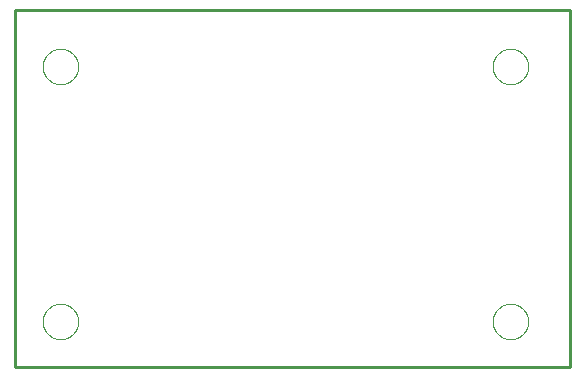
<source format=gbr>
G04 EAGLE Gerber RS-274X export*
G75*
%MOMM*%
%FSLAX25Y25*%
%LPD*%
%INOutline*%
%IPPOS*%
%AMOC8*
5,1,8,0,0,1.08239X$1,22.5*%
G01*
%ADD10C,0.000000*%
%ADD11C,0.254000*%


D10*
X0Y381000D02*
X4697000Y381000D01*
X4697000Y3396000D01*
X0Y3396000D01*
X0Y381000D01*
X231000Y762000D02*
X231045Y765681D01*
X231181Y769360D01*
X231406Y773035D01*
X231722Y776703D01*
X232128Y780362D01*
X232624Y784010D01*
X233208Y787644D01*
X233882Y791264D01*
X234645Y794865D01*
X235495Y798447D01*
X236434Y802007D01*
X237459Y805543D01*
X238571Y809052D01*
X239768Y812533D01*
X241051Y815984D01*
X242418Y819403D01*
X243869Y822786D01*
X245402Y826133D01*
X247016Y829442D01*
X248712Y832710D01*
X250487Y835935D01*
X252341Y839115D01*
X254272Y842250D01*
X256280Y845336D01*
X258362Y848371D01*
X260519Y851355D01*
X262748Y854285D01*
X265048Y857159D01*
X267419Y859976D01*
X269857Y862734D01*
X272363Y865431D01*
X274934Y868066D01*
X277569Y870637D01*
X280266Y873143D01*
X283024Y875581D01*
X285841Y877952D01*
X288715Y880252D01*
X291645Y882481D01*
X294629Y884638D01*
X297664Y886720D01*
X300750Y888728D01*
X303885Y890659D01*
X307065Y892513D01*
X310290Y894288D01*
X313558Y895984D01*
X316867Y897598D01*
X320214Y899131D01*
X323597Y900582D01*
X327016Y901949D01*
X330467Y903232D01*
X333948Y904429D01*
X337457Y905541D01*
X340993Y906566D01*
X344553Y907505D01*
X348135Y908355D01*
X351736Y909118D01*
X355356Y909792D01*
X358990Y910376D01*
X362638Y910872D01*
X366297Y911278D01*
X369965Y911594D01*
X373640Y911819D01*
X377319Y911955D01*
X381000Y912000D01*
X384681Y911955D01*
X388360Y911819D01*
X392035Y911594D01*
X395703Y911278D01*
X399362Y910872D01*
X403010Y910376D01*
X406644Y909792D01*
X410264Y909118D01*
X413865Y908355D01*
X417447Y907505D01*
X421007Y906566D01*
X424543Y905541D01*
X428052Y904429D01*
X431533Y903232D01*
X434984Y901949D01*
X438403Y900582D01*
X441786Y899131D01*
X445133Y897598D01*
X448442Y895984D01*
X451710Y894288D01*
X454935Y892513D01*
X458115Y890659D01*
X461250Y888728D01*
X464336Y886720D01*
X467371Y884638D01*
X470355Y882481D01*
X473285Y880252D01*
X476159Y877952D01*
X478976Y875581D01*
X481734Y873143D01*
X484431Y870637D01*
X487066Y868066D01*
X489637Y865431D01*
X492143Y862734D01*
X494581Y859976D01*
X496952Y857159D01*
X499252Y854285D01*
X501481Y851355D01*
X503638Y848371D01*
X505720Y845336D01*
X507728Y842250D01*
X509659Y839115D01*
X511513Y835935D01*
X513288Y832710D01*
X514984Y829442D01*
X516598Y826133D01*
X518131Y822786D01*
X519582Y819403D01*
X520949Y815984D01*
X522232Y812533D01*
X523429Y809052D01*
X524541Y805543D01*
X525566Y802007D01*
X526505Y798447D01*
X527355Y794865D01*
X528118Y791264D01*
X528792Y787644D01*
X529376Y784010D01*
X529872Y780362D01*
X530278Y776703D01*
X530594Y773035D01*
X530819Y769360D01*
X530955Y765681D01*
X531000Y762000D01*
X530955Y758319D01*
X530819Y754640D01*
X530594Y750965D01*
X530278Y747297D01*
X529872Y743638D01*
X529376Y739990D01*
X528792Y736356D01*
X528118Y732736D01*
X527355Y729135D01*
X526505Y725553D01*
X525566Y721993D01*
X524541Y718457D01*
X523429Y714948D01*
X522232Y711467D01*
X520949Y708016D01*
X519582Y704597D01*
X518131Y701214D01*
X516598Y697867D01*
X514984Y694558D01*
X513288Y691290D01*
X511513Y688065D01*
X509659Y684885D01*
X507728Y681750D01*
X505720Y678664D01*
X503638Y675629D01*
X501481Y672645D01*
X499252Y669715D01*
X496952Y666841D01*
X494581Y664024D01*
X492143Y661266D01*
X489637Y658569D01*
X487066Y655934D01*
X484431Y653363D01*
X481734Y650857D01*
X478976Y648419D01*
X476159Y646048D01*
X473285Y643748D01*
X470355Y641519D01*
X467371Y639362D01*
X464336Y637280D01*
X461250Y635272D01*
X458115Y633341D01*
X454935Y631487D01*
X451710Y629712D01*
X448442Y628016D01*
X445133Y626402D01*
X441786Y624869D01*
X438403Y623418D01*
X434984Y622051D01*
X431533Y620768D01*
X428052Y619571D01*
X424543Y618459D01*
X421007Y617434D01*
X417447Y616495D01*
X413865Y615645D01*
X410264Y614882D01*
X406644Y614208D01*
X403010Y613624D01*
X399362Y613128D01*
X395703Y612722D01*
X392035Y612406D01*
X388360Y612181D01*
X384681Y612045D01*
X381000Y612000D01*
X377319Y612045D01*
X373640Y612181D01*
X369965Y612406D01*
X366297Y612722D01*
X362638Y613128D01*
X358990Y613624D01*
X355356Y614208D01*
X351736Y614882D01*
X348135Y615645D01*
X344553Y616495D01*
X340993Y617434D01*
X337457Y618459D01*
X333948Y619571D01*
X330467Y620768D01*
X327016Y622051D01*
X323597Y623418D01*
X320214Y624869D01*
X316867Y626402D01*
X313558Y628016D01*
X310290Y629712D01*
X307065Y631487D01*
X303885Y633341D01*
X300750Y635272D01*
X297664Y637280D01*
X294629Y639362D01*
X291645Y641519D01*
X288715Y643748D01*
X285841Y646048D01*
X283024Y648419D01*
X280266Y650857D01*
X277569Y653363D01*
X274934Y655934D01*
X272363Y658569D01*
X269857Y661266D01*
X267419Y664024D01*
X265048Y666841D01*
X262748Y669715D01*
X260519Y672645D01*
X258362Y675629D01*
X256280Y678664D01*
X254272Y681750D01*
X252341Y684885D01*
X250487Y688065D01*
X248712Y691290D01*
X247016Y694558D01*
X245402Y697867D01*
X243869Y701214D01*
X242418Y704597D01*
X241051Y708016D01*
X239768Y711467D01*
X238571Y714948D01*
X237459Y718457D01*
X236434Y721993D01*
X235495Y725553D01*
X234645Y729135D01*
X233882Y732736D01*
X233208Y736356D01*
X232624Y739990D01*
X232128Y743638D01*
X231722Y747297D01*
X231406Y750965D01*
X231181Y754640D01*
X231045Y758319D01*
X231000Y762000D01*
X231000Y2921000D02*
X231045Y2924681D01*
X231181Y2928360D01*
X231406Y2932035D01*
X231722Y2935703D01*
X232128Y2939362D01*
X232624Y2943010D01*
X233208Y2946644D01*
X233882Y2950264D01*
X234645Y2953865D01*
X235495Y2957447D01*
X236434Y2961007D01*
X237459Y2964543D01*
X238571Y2968052D01*
X239768Y2971533D01*
X241051Y2974984D01*
X242418Y2978403D01*
X243869Y2981786D01*
X245402Y2985133D01*
X247016Y2988442D01*
X248712Y2991710D01*
X250487Y2994935D01*
X252341Y2998115D01*
X254272Y3001250D01*
X256280Y3004336D01*
X258362Y3007371D01*
X260519Y3010355D01*
X262748Y3013285D01*
X265048Y3016159D01*
X267419Y3018976D01*
X269857Y3021734D01*
X272363Y3024431D01*
X274934Y3027066D01*
X277569Y3029637D01*
X280266Y3032143D01*
X283024Y3034581D01*
X285841Y3036952D01*
X288715Y3039252D01*
X291645Y3041481D01*
X294629Y3043638D01*
X297664Y3045720D01*
X300750Y3047728D01*
X303885Y3049659D01*
X307065Y3051513D01*
X310290Y3053288D01*
X313558Y3054984D01*
X316867Y3056598D01*
X320214Y3058131D01*
X323597Y3059582D01*
X327016Y3060949D01*
X330467Y3062232D01*
X333948Y3063429D01*
X337457Y3064541D01*
X340993Y3065566D01*
X344553Y3066505D01*
X348135Y3067355D01*
X351736Y3068118D01*
X355356Y3068792D01*
X358990Y3069376D01*
X362638Y3069872D01*
X366297Y3070278D01*
X369965Y3070594D01*
X373640Y3070819D01*
X377319Y3070955D01*
X381000Y3071000D01*
X384681Y3070955D01*
X388360Y3070819D01*
X392035Y3070594D01*
X395703Y3070278D01*
X399362Y3069872D01*
X403010Y3069376D01*
X406644Y3068792D01*
X410264Y3068118D01*
X413865Y3067355D01*
X417447Y3066505D01*
X421007Y3065566D01*
X424543Y3064541D01*
X428052Y3063429D01*
X431533Y3062232D01*
X434984Y3060949D01*
X438403Y3059582D01*
X441786Y3058131D01*
X445133Y3056598D01*
X448442Y3054984D01*
X451710Y3053288D01*
X454935Y3051513D01*
X458115Y3049659D01*
X461250Y3047728D01*
X464336Y3045720D01*
X467371Y3043638D01*
X470355Y3041481D01*
X473285Y3039252D01*
X476159Y3036952D01*
X478976Y3034581D01*
X481734Y3032143D01*
X484431Y3029637D01*
X487066Y3027066D01*
X489637Y3024431D01*
X492143Y3021734D01*
X494581Y3018976D01*
X496952Y3016159D01*
X499252Y3013285D01*
X501481Y3010355D01*
X503638Y3007371D01*
X505720Y3004336D01*
X507728Y3001250D01*
X509659Y2998115D01*
X511513Y2994935D01*
X513288Y2991710D01*
X514984Y2988442D01*
X516598Y2985133D01*
X518131Y2981786D01*
X519582Y2978403D01*
X520949Y2974984D01*
X522232Y2971533D01*
X523429Y2968052D01*
X524541Y2964543D01*
X525566Y2961007D01*
X526505Y2957447D01*
X527355Y2953865D01*
X528118Y2950264D01*
X528792Y2946644D01*
X529376Y2943010D01*
X529872Y2939362D01*
X530278Y2935703D01*
X530594Y2932035D01*
X530819Y2928360D01*
X530955Y2924681D01*
X531000Y2921000D01*
X530955Y2917319D01*
X530819Y2913640D01*
X530594Y2909965D01*
X530278Y2906297D01*
X529872Y2902638D01*
X529376Y2898990D01*
X528792Y2895356D01*
X528118Y2891736D01*
X527355Y2888135D01*
X526505Y2884553D01*
X525566Y2880993D01*
X524541Y2877457D01*
X523429Y2873948D01*
X522232Y2870467D01*
X520949Y2867016D01*
X519582Y2863597D01*
X518131Y2860214D01*
X516598Y2856867D01*
X514984Y2853558D01*
X513288Y2850290D01*
X511513Y2847065D01*
X509659Y2843885D01*
X507728Y2840750D01*
X505720Y2837664D01*
X503638Y2834629D01*
X501481Y2831645D01*
X499252Y2828715D01*
X496952Y2825841D01*
X494581Y2823024D01*
X492143Y2820266D01*
X489637Y2817569D01*
X487066Y2814934D01*
X484431Y2812363D01*
X481734Y2809857D01*
X478976Y2807419D01*
X476159Y2805048D01*
X473285Y2802748D01*
X470355Y2800519D01*
X467371Y2798362D01*
X464336Y2796280D01*
X461250Y2794272D01*
X458115Y2792341D01*
X454935Y2790487D01*
X451710Y2788712D01*
X448442Y2787016D01*
X445133Y2785402D01*
X441786Y2783869D01*
X438403Y2782418D01*
X434984Y2781051D01*
X431533Y2779768D01*
X428052Y2778571D01*
X424543Y2777459D01*
X421007Y2776434D01*
X417447Y2775495D01*
X413865Y2774645D01*
X410264Y2773882D01*
X406644Y2773208D01*
X403010Y2772624D01*
X399362Y2772128D01*
X395703Y2771722D01*
X392035Y2771406D01*
X388360Y2771181D01*
X384681Y2771045D01*
X381000Y2771000D01*
X377319Y2771045D01*
X373640Y2771181D01*
X369965Y2771406D01*
X366297Y2771722D01*
X362638Y2772128D01*
X358990Y2772624D01*
X355356Y2773208D01*
X351736Y2773882D01*
X348135Y2774645D01*
X344553Y2775495D01*
X340993Y2776434D01*
X337457Y2777459D01*
X333948Y2778571D01*
X330467Y2779768D01*
X327016Y2781051D01*
X323597Y2782418D01*
X320214Y2783869D01*
X316867Y2785402D01*
X313558Y2787016D01*
X310290Y2788712D01*
X307065Y2790487D01*
X303885Y2792341D01*
X300750Y2794272D01*
X297664Y2796280D01*
X294629Y2798362D01*
X291645Y2800519D01*
X288715Y2802748D01*
X285841Y2805048D01*
X283024Y2807419D01*
X280266Y2809857D01*
X277569Y2812363D01*
X274934Y2814934D01*
X272363Y2817569D01*
X269857Y2820266D01*
X267419Y2823024D01*
X265048Y2825841D01*
X262748Y2828715D01*
X260519Y2831645D01*
X258362Y2834629D01*
X256280Y2837664D01*
X254272Y2840750D01*
X252341Y2843885D01*
X250487Y2847065D01*
X248712Y2850290D01*
X247016Y2853558D01*
X245402Y2856867D01*
X243869Y2860214D01*
X242418Y2863597D01*
X241051Y2867016D01*
X239768Y2870467D01*
X238571Y2873948D01*
X237459Y2877457D01*
X236434Y2880993D01*
X235495Y2884553D01*
X234645Y2888135D01*
X233882Y2891736D01*
X233208Y2895356D01*
X232624Y2898990D01*
X232128Y2902638D01*
X231722Y2906297D01*
X231406Y2909965D01*
X231181Y2913640D01*
X231045Y2917319D01*
X231000Y2921000D01*
X4041000Y2921000D02*
X4041045Y2924681D01*
X4041181Y2928360D01*
X4041406Y2932035D01*
X4041722Y2935703D01*
X4042128Y2939362D01*
X4042624Y2943010D01*
X4043208Y2946644D01*
X4043882Y2950264D01*
X4044645Y2953865D01*
X4045495Y2957447D01*
X4046434Y2961007D01*
X4047459Y2964543D01*
X4048571Y2968052D01*
X4049768Y2971533D01*
X4051051Y2974984D01*
X4052418Y2978403D01*
X4053869Y2981786D01*
X4055402Y2985133D01*
X4057016Y2988442D01*
X4058712Y2991710D01*
X4060487Y2994935D01*
X4062341Y2998115D01*
X4064272Y3001250D01*
X4066280Y3004336D01*
X4068362Y3007371D01*
X4070519Y3010355D01*
X4072748Y3013285D01*
X4075048Y3016159D01*
X4077419Y3018976D01*
X4079857Y3021734D01*
X4082363Y3024431D01*
X4084934Y3027066D01*
X4087569Y3029637D01*
X4090266Y3032143D01*
X4093024Y3034581D01*
X4095841Y3036952D01*
X4098715Y3039252D01*
X4101645Y3041481D01*
X4104629Y3043638D01*
X4107664Y3045720D01*
X4110750Y3047728D01*
X4113885Y3049659D01*
X4117065Y3051513D01*
X4120290Y3053288D01*
X4123558Y3054984D01*
X4126867Y3056598D01*
X4130214Y3058131D01*
X4133597Y3059582D01*
X4137016Y3060949D01*
X4140467Y3062232D01*
X4143948Y3063429D01*
X4147457Y3064541D01*
X4150993Y3065566D01*
X4154553Y3066505D01*
X4158135Y3067355D01*
X4161736Y3068118D01*
X4165356Y3068792D01*
X4168990Y3069376D01*
X4172638Y3069872D01*
X4176297Y3070278D01*
X4179965Y3070594D01*
X4183640Y3070819D01*
X4187319Y3070955D01*
X4191000Y3071000D01*
X4194681Y3070955D01*
X4198360Y3070819D01*
X4202035Y3070594D01*
X4205703Y3070278D01*
X4209362Y3069872D01*
X4213010Y3069376D01*
X4216644Y3068792D01*
X4220264Y3068118D01*
X4223865Y3067355D01*
X4227447Y3066505D01*
X4231007Y3065566D01*
X4234543Y3064541D01*
X4238052Y3063429D01*
X4241533Y3062232D01*
X4244984Y3060949D01*
X4248403Y3059582D01*
X4251786Y3058131D01*
X4255133Y3056598D01*
X4258442Y3054984D01*
X4261710Y3053288D01*
X4264935Y3051513D01*
X4268115Y3049659D01*
X4271250Y3047728D01*
X4274336Y3045720D01*
X4277371Y3043638D01*
X4280355Y3041481D01*
X4283285Y3039252D01*
X4286159Y3036952D01*
X4288976Y3034581D01*
X4291734Y3032143D01*
X4294431Y3029637D01*
X4297066Y3027066D01*
X4299637Y3024431D01*
X4302143Y3021734D01*
X4304581Y3018976D01*
X4306952Y3016159D01*
X4309252Y3013285D01*
X4311481Y3010355D01*
X4313638Y3007371D01*
X4315720Y3004336D01*
X4317728Y3001250D01*
X4319659Y2998115D01*
X4321513Y2994935D01*
X4323288Y2991710D01*
X4324984Y2988442D01*
X4326598Y2985133D01*
X4328131Y2981786D01*
X4329582Y2978403D01*
X4330949Y2974984D01*
X4332232Y2971533D01*
X4333429Y2968052D01*
X4334541Y2964543D01*
X4335566Y2961007D01*
X4336505Y2957447D01*
X4337355Y2953865D01*
X4338118Y2950264D01*
X4338792Y2946644D01*
X4339376Y2943010D01*
X4339872Y2939362D01*
X4340278Y2935703D01*
X4340594Y2932035D01*
X4340819Y2928360D01*
X4340955Y2924681D01*
X4341000Y2921000D01*
X4340955Y2917319D01*
X4340819Y2913640D01*
X4340594Y2909965D01*
X4340278Y2906297D01*
X4339872Y2902638D01*
X4339376Y2898990D01*
X4338792Y2895356D01*
X4338118Y2891736D01*
X4337355Y2888135D01*
X4336505Y2884553D01*
X4335566Y2880993D01*
X4334541Y2877457D01*
X4333429Y2873948D01*
X4332232Y2870467D01*
X4330949Y2867016D01*
X4329582Y2863597D01*
X4328131Y2860214D01*
X4326598Y2856867D01*
X4324984Y2853558D01*
X4323288Y2850290D01*
X4321513Y2847065D01*
X4319659Y2843885D01*
X4317728Y2840750D01*
X4315720Y2837664D01*
X4313638Y2834629D01*
X4311481Y2831645D01*
X4309252Y2828715D01*
X4306952Y2825841D01*
X4304581Y2823024D01*
X4302143Y2820266D01*
X4299637Y2817569D01*
X4297066Y2814934D01*
X4294431Y2812363D01*
X4291734Y2809857D01*
X4288976Y2807419D01*
X4286159Y2805048D01*
X4283285Y2802748D01*
X4280355Y2800519D01*
X4277371Y2798362D01*
X4274336Y2796280D01*
X4271250Y2794272D01*
X4268115Y2792341D01*
X4264935Y2790487D01*
X4261710Y2788712D01*
X4258442Y2787016D01*
X4255133Y2785402D01*
X4251786Y2783869D01*
X4248403Y2782418D01*
X4244984Y2781051D01*
X4241533Y2779768D01*
X4238052Y2778571D01*
X4234543Y2777459D01*
X4231007Y2776434D01*
X4227447Y2775495D01*
X4223865Y2774645D01*
X4220264Y2773882D01*
X4216644Y2773208D01*
X4213010Y2772624D01*
X4209362Y2772128D01*
X4205703Y2771722D01*
X4202035Y2771406D01*
X4198360Y2771181D01*
X4194681Y2771045D01*
X4191000Y2771000D01*
X4187319Y2771045D01*
X4183640Y2771181D01*
X4179965Y2771406D01*
X4176297Y2771722D01*
X4172638Y2772128D01*
X4168990Y2772624D01*
X4165356Y2773208D01*
X4161736Y2773882D01*
X4158135Y2774645D01*
X4154553Y2775495D01*
X4150993Y2776434D01*
X4147457Y2777459D01*
X4143948Y2778571D01*
X4140467Y2779768D01*
X4137016Y2781051D01*
X4133597Y2782418D01*
X4130214Y2783869D01*
X4126867Y2785402D01*
X4123558Y2787016D01*
X4120290Y2788712D01*
X4117065Y2790487D01*
X4113885Y2792341D01*
X4110750Y2794272D01*
X4107664Y2796280D01*
X4104629Y2798362D01*
X4101645Y2800519D01*
X4098715Y2802748D01*
X4095841Y2805048D01*
X4093024Y2807419D01*
X4090266Y2809857D01*
X4087569Y2812363D01*
X4084934Y2814934D01*
X4082363Y2817569D01*
X4079857Y2820266D01*
X4077419Y2823024D01*
X4075048Y2825841D01*
X4072748Y2828715D01*
X4070519Y2831645D01*
X4068362Y2834629D01*
X4066280Y2837664D01*
X4064272Y2840750D01*
X4062341Y2843885D01*
X4060487Y2847065D01*
X4058712Y2850290D01*
X4057016Y2853558D01*
X4055402Y2856867D01*
X4053869Y2860214D01*
X4052418Y2863597D01*
X4051051Y2867016D01*
X4049768Y2870467D01*
X4048571Y2873948D01*
X4047459Y2877457D01*
X4046434Y2880993D01*
X4045495Y2884553D01*
X4044645Y2888135D01*
X4043882Y2891736D01*
X4043208Y2895356D01*
X4042624Y2898990D01*
X4042128Y2902638D01*
X4041722Y2906297D01*
X4041406Y2909965D01*
X4041181Y2913640D01*
X4041045Y2917319D01*
X4041000Y2921000D01*
X4041000Y762000D02*
X4041045Y765681D01*
X4041181Y769360D01*
X4041406Y773035D01*
X4041722Y776703D01*
X4042128Y780362D01*
X4042624Y784010D01*
X4043208Y787644D01*
X4043882Y791264D01*
X4044645Y794865D01*
X4045495Y798447D01*
X4046434Y802007D01*
X4047459Y805543D01*
X4048571Y809052D01*
X4049768Y812533D01*
X4051051Y815984D01*
X4052418Y819403D01*
X4053869Y822786D01*
X4055402Y826133D01*
X4057016Y829442D01*
X4058712Y832710D01*
X4060487Y835935D01*
X4062341Y839115D01*
X4064272Y842250D01*
X4066280Y845336D01*
X4068362Y848371D01*
X4070519Y851355D01*
X4072748Y854285D01*
X4075048Y857159D01*
X4077419Y859976D01*
X4079857Y862734D01*
X4082363Y865431D01*
X4084934Y868066D01*
X4087569Y870637D01*
X4090266Y873143D01*
X4093024Y875581D01*
X4095841Y877952D01*
X4098715Y880252D01*
X4101645Y882481D01*
X4104629Y884638D01*
X4107664Y886720D01*
X4110750Y888728D01*
X4113885Y890659D01*
X4117065Y892513D01*
X4120290Y894288D01*
X4123558Y895984D01*
X4126867Y897598D01*
X4130214Y899131D01*
X4133597Y900582D01*
X4137016Y901949D01*
X4140467Y903232D01*
X4143948Y904429D01*
X4147457Y905541D01*
X4150993Y906566D01*
X4154553Y907505D01*
X4158135Y908355D01*
X4161736Y909118D01*
X4165356Y909792D01*
X4168990Y910376D01*
X4172638Y910872D01*
X4176297Y911278D01*
X4179965Y911594D01*
X4183640Y911819D01*
X4187319Y911955D01*
X4191000Y912000D01*
X4194681Y911955D01*
X4198360Y911819D01*
X4202035Y911594D01*
X4205703Y911278D01*
X4209362Y910872D01*
X4213010Y910376D01*
X4216644Y909792D01*
X4220264Y909118D01*
X4223865Y908355D01*
X4227447Y907505D01*
X4231007Y906566D01*
X4234543Y905541D01*
X4238052Y904429D01*
X4241533Y903232D01*
X4244984Y901949D01*
X4248403Y900582D01*
X4251786Y899131D01*
X4255133Y897598D01*
X4258442Y895984D01*
X4261710Y894288D01*
X4264935Y892513D01*
X4268115Y890659D01*
X4271250Y888728D01*
X4274336Y886720D01*
X4277371Y884638D01*
X4280355Y882481D01*
X4283285Y880252D01*
X4286159Y877952D01*
X4288976Y875581D01*
X4291734Y873143D01*
X4294431Y870637D01*
X4297066Y868066D01*
X4299637Y865431D01*
X4302143Y862734D01*
X4304581Y859976D01*
X4306952Y857159D01*
X4309252Y854285D01*
X4311481Y851355D01*
X4313638Y848371D01*
X4315720Y845336D01*
X4317728Y842250D01*
X4319659Y839115D01*
X4321513Y835935D01*
X4323288Y832710D01*
X4324984Y829442D01*
X4326598Y826133D01*
X4328131Y822786D01*
X4329582Y819403D01*
X4330949Y815984D01*
X4332232Y812533D01*
X4333429Y809052D01*
X4334541Y805543D01*
X4335566Y802007D01*
X4336505Y798447D01*
X4337355Y794865D01*
X4338118Y791264D01*
X4338792Y787644D01*
X4339376Y784010D01*
X4339872Y780362D01*
X4340278Y776703D01*
X4340594Y773035D01*
X4340819Y769360D01*
X4340955Y765681D01*
X4341000Y762000D01*
X4340955Y758319D01*
X4340819Y754640D01*
X4340594Y750965D01*
X4340278Y747297D01*
X4339872Y743638D01*
X4339376Y739990D01*
X4338792Y736356D01*
X4338118Y732736D01*
X4337355Y729135D01*
X4336505Y725553D01*
X4335566Y721993D01*
X4334541Y718457D01*
X4333429Y714948D01*
X4332232Y711467D01*
X4330949Y708016D01*
X4329582Y704597D01*
X4328131Y701214D01*
X4326598Y697867D01*
X4324984Y694558D01*
X4323288Y691290D01*
X4321513Y688065D01*
X4319659Y684885D01*
X4317728Y681750D01*
X4315720Y678664D01*
X4313638Y675629D01*
X4311481Y672645D01*
X4309252Y669715D01*
X4306952Y666841D01*
X4304581Y664024D01*
X4302143Y661266D01*
X4299637Y658569D01*
X4297066Y655934D01*
X4294431Y653363D01*
X4291734Y650857D01*
X4288976Y648419D01*
X4286159Y646048D01*
X4283285Y643748D01*
X4280355Y641519D01*
X4277371Y639362D01*
X4274336Y637280D01*
X4271250Y635272D01*
X4268115Y633341D01*
X4264935Y631487D01*
X4261710Y629712D01*
X4258442Y628016D01*
X4255133Y626402D01*
X4251786Y624869D01*
X4248403Y623418D01*
X4244984Y622051D01*
X4241533Y620768D01*
X4238052Y619571D01*
X4234543Y618459D01*
X4231007Y617434D01*
X4227447Y616495D01*
X4223865Y615645D01*
X4220264Y614882D01*
X4216644Y614208D01*
X4213010Y613624D01*
X4209362Y613128D01*
X4205703Y612722D01*
X4202035Y612406D01*
X4198360Y612181D01*
X4194681Y612045D01*
X4191000Y612000D01*
X4187319Y612045D01*
X4183640Y612181D01*
X4179965Y612406D01*
X4176297Y612722D01*
X4172638Y613128D01*
X4168990Y613624D01*
X4165356Y614208D01*
X4161736Y614882D01*
X4158135Y615645D01*
X4154553Y616495D01*
X4150993Y617434D01*
X4147457Y618459D01*
X4143948Y619571D01*
X4140467Y620768D01*
X4137016Y622051D01*
X4133597Y623418D01*
X4130214Y624869D01*
X4126867Y626402D01*
X4123558Y628016D01*
X4120290Y629712D01*
X4117065Y631487D01*
X4113885Y633341D01*
X4110750Y635272D01*
X4107664Y637280D01*
X4104629Y639362D01*
X4101645Y641519D01*
X4098715Y643748D01*
X4095841Y646048D01*
X4093024Y648419D01*
X4090266Y650857D01*
X4087569Y653363D01*
X4084934Y655934D01*
X4082363Y658569D01*
X4079857Y661266D01*
X4077419Y664024D01*
X4075048Y666841D01*
X4072748Y669715D01*
X4070519Y672645D01*
X4068362Y675629D01*
X4066280Y678664D01*
X4064272Y681750D01*
X4062341Y684885D01*
X4060487Y688065D01*
X4058712Y691290D01*
X4057016Y694558D01*
X4055402Y697867D01*
X4053869Y701214D01*
X4052418Y704597D01*
X4051051Y708016D01*
X4049768Y711467D01*
X4048571Y714948D01*
X4047459Y718457D01*
X4046434Y721993D01*
X4045495Y725553D01*
X4044645Y729135D01*
X4043882Y732736D01*
X4043208Y736356D01*
X4042624Y739990D01*
X4042128Y743638D01*
X4041722Y747297D01*
X4041406Y750965D01*
X4041181Y754640D01*
X4041045Y758319D01*
X4041000Y762000D01*
D11*
X0Y381000D02*
X4697000Y381000D01*
X4697000Y3396000D01*
X0Y3396000D01*
X0Y381000D01*
M02*

</source>
